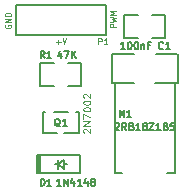
<source format=gbr>
G04 #@! TF.FileFunction,Legend,Top*
%FSLAX46Y46*%
G04 Gerber Fmt 4.6, Leading zero omitted, Abs format (unit mm)*
G04 Created by KiCad (PCBNEW 0.201505162027+5655~23~ubuntu14.04.1-product) date Mi 10 Jun 2015 15:19:00 CEST*
%MOMM*%
G01*
G04 APERTURE LIST*
%ADD10C,0.100000*%
%ADD11C,0.150000*%
%ADD12C,0.127000*%
%ADD13C,0.152400*%
%ADD14C,0.125000*%
G04 APERTURE END LIST*
D10*
D11*
X171196000Y-76708000D02*
X171196000Y-69088000D01*
X166116000Y-76708000D02*
X166116000Y-69088000D01*
X170561000Y-76708000D02*
X171196000Y-76708000D01*
X166751000Y-76708000D02*
X166116000Y-76708000D01*
D12*
X171423000Y-69061000D02*
X171423000Y-66575000D01*
X171396000Y-66575000D02*
X169595000Y-66575000D01*
X167767000Y-69061000D02*
X165916000Y-69061000D01*
X165889000Y-69061000D02*
X165889000Y-66575000D01*
X165916000Y-66575000D02*
X167767000Y-66575000D01*
X169545000Y-69061000D02*
X171396000Y-69061000D01*
D11*
X157734000Y-62484000D02*
X160274000Y-62484000D01*
X160274000Y-65024000D02*
X157734000Y-65024000D01*
X160274000Y-65024000D02*
X165354000Y-65024000D01*
X165354000Y-65024000D02*
X165354000Y-62484000D01*
X165354000Y-62484000D02*
X160274000Y-62484000D01*
X157734000Y-62484000D02*
X157734000Y-65024000D01*
D12*
X169227500Y-63300000D02*
X170389500Y-63300000D01*
X170393500Y-63312000D02*
X170393500Y-65224000D01*
X170389500Y-65224000D02*
X169227500Y-65224000D01*
X168084500Y-65224000D02*
X166922500Y-65224000D01*
X166918500Y-65224000D02*
X166918500Y-63312000D01*
X166922500Y-63300000D02*
X168084500Y-63300000D01*
X162115500Y-67364000D02*
X163277500Y-67364000D01*
X163281500Y-67376000D02*
X163281500Y-69288000D01*
X163277500Y-69288000D02*
X162115500Y-69288000D01*
X160972500Y-69288000D02*
X159810500Y-69288000D01*
X159806500Y-69288000D02*
X159806500Y-67376000D01*
X159810500Y-67364000D02*
X160972500Y-67364000D01*
D11*
X159512000Y-75184000D02*
X159766000Y-75184000D01*
X159512000Y-75184000D02*
X159512000Y-76708000D01*
X159639000Y-76708000D02*
X159639000Y-75184000D01*
X159766000Y-75184000D02*
X159766000Y-76708000D01*
X163195000Y-75184000D02*
X163195000Y-76708000D01*
X159639000Y-75184000D02*
X163195000Y-75184000D01*
X163195000Y-76708000D02*
X159512000Y-76708000D01*
X161794000Y-75946000D02*
X162044000Y-75946000D01*
X161294000Y-75946000D02*
X161044000Y-75946000D01*
X161294000Y-75946000D02*
X161794000Y-75596000D01*
X161794000Y-75596000D02*
X161794000Y-76296000D01*
X161794000Y-76296000D02*
X161294000Y-75946000D01*
X161294000Y-75596000D02*
X161294000Y-76296000D01*
D13*
X162143440Y-71490840D02*
X160944560Y-71490840D01*
X162844480Y-73289160D02*
X161843720Y-73289160D01*
X160243520Y-73289160D02*
X161244280Y-73289160D01*
X163045140Y-73289160D02*
X162844480Y-73289160D01*
X163045140Y-73289160D02*
X163045140Y-71490840D01*
X163045140Y-71490840D02*
X162844480Y-71490840D01*
X160042860Y-71490840D02*
X160243520Y-71490840D01*
X160042860Y-73289160D02*
X160243520Y-73289160D01*
X160042860Y-71490840D02*
X160042860Y-73289160D01*
D12*
X166519286Y-71899429D02*
X166519286Y-71299429D01*
X166719286Y-71728000D01*
X166919286Y-71299429D01*
X166919286Y-71899429D01*
X167519286Y-71899429D02*
X167176429Y-71899429D01*
X167347857Y-71899429D02*
X167347857Y-71299429D01*
X167290714Y-71385143D01*
X167233572Y-71442286D01*
X167176429Y-71470857D01*
X166155999Y-72499571D02*
X166184570Y-72471000D01*
X166241713Y-72442429D01*
X166384570Y-72442429D01*
X166441713Y-72471000D01*
X166470284Y-72499571D01*
X166498856Y-72556714D01*
X166498856Y-72613857D01*
X166470284Y-72699571D01*
X166127427Y-73042429D01*
X166498856Y-73042429D01*
X167098856Y-73042429D02*
X166898856Y-72756714D01*
X166755999Y-73042429D02*
X166755999Y-72442429D01*
X166984571Y-72442429D01*
X167041713Y-72471000D01*
X167070285Y-72499571D01*
X167098856Y-72556714D01*
X167098856Y-72642429D01*
X167070285Y-72699571D01*
X167041713Y-72728143D01*
X166984571Y-72756714D01*
X166755999Y-72756714D01*
X167555999Y-72728143D02*
X167641713Y-72756714D01*
X167670285Y-72785286D01*
X167698856Y-72842429D01*
X167698856Y-72928143D01*
X167670285Y-72985286D01*
X167641713Y-73013857D01*
X167584571Y-73042429D01*
X167355999Y-73042429D01*
X167355999Y-72442429D01*
X167555999Y-72442429D01*
X167613142Y-72471000D01*
X167641713Y-72499571D01*
X167670285Y-72556714D01*
X167670285Y-72613857D01*
X167641713Y-72671000D01*
X167613142Y-72699571D01*
X167555999Y-72728143D01*
X167355999Y-72728143D01*
X168270285Y-73042429D02*
X167927428Y-73042429D01*
X168098856Y-73042429D02*
X168098856Y-72442429D01*
X168041713Y-72528143D01*
X167984571Y-72585286D01*
X167927428Y-72613857D01*
X168613142Y-72699571D02*
X168556000Y-72671000D01*
X168527428Y-72642429D01*
X168498857Y-72585286D01*
X168498857Y-72556714D01*
X168527428Y-72499571D01*
X168556000Y-72471000D01*
X168613142Y-72442429D01*
X168727428Y-72442429D01*
X168784571Y-72471000D01*
X168813142Y-72499571D01*
X168841714Y-72556714D01*
X168841714Y-72585286D01*
X168813142Y-72642429D01*
X168784571Y-72671000D01*
X168727428Y-72699571D01*
X168613142Y-72699571D01*
X168556000Y-72728143D01*
X168527428Y-72756714D01*
X168498857Y-72813857D01*
X168498857Y-72928143D01*
X168527428Y-72985286D01*
X168556000Y-73013857D01*
X168613142Y-73042429D01*
X168727428Y-73042429D01*
X168784571Y-73013857D01*
X168813142Y-72985286D01*
X168841714Y-72928143D01*
X168841714Y-72813857D01*
X168813142Y-72756714D01*
X168784571Y-72728143D01*
X168727428Y-72699571D01*
X169041714Y-72442429D02*
X169441714Y-72442429D01*
X169041714Y-73042429D01*
X169441714Y-73042429D01*
X169984572Y-73042429D02*
X169641715Y-73042429D01*
X169813143Y-73042429D02*
X169813143Y-72442429D01*
X169756000Y-72528143D01*
X169698858Y-72585286D01*
X169641715Y-72613857D01*
X170441715Y-72728143D02*
X170527429Y-72756714D01*
X170556001Y-72785286D01*
X170584572Y-72842429D01*
X170584572Y-72928143D01*
X170556001Y-72985286D01*
X170527429Y-73013857D01*
X170470287Y-73042429D01*
X170241715Y-73042429D01*
X170241715Y-72442429D01*
X170441715Y-72442429D01*
X170498858Y-72471000D01*
X170527429Y-72499571D01*
X170556001Y-72556714D01*
X170556001Y-72613857D01*
X170527429Y-72671000D01*
X170498858Y-72699571D01*
X170441715Y-72728143D01*
X170241715Y-72728143D01*
X171127429Y-72442429D02*
X170841715Y-72442429D01*
X170813144Y-72728143D01*
X170841715Y-72699571D01*
X170898858Y-72671000D01*
X171041715Y-72671000D01*
X171098858Y-72699571D01*
X171127429Y-72728143D01*
X171156001Y-72785286D01*
X171156001Y-72928143D01*
X171127429Y-72985286D01*
X171098858Y-73013857D01*
X171041715Y-73042429D01*
X170898858Y-73042429D01*
X170841715Y-73013857D01*
X170813144Y-72985286D01*
D14*
X164730953Y-65758190D02*
X164730953Y-65258190D01*
X164921429Y-65258190D01*
X164969048Y-65282000D01*
X164992857Y-65305810D01*
X165016667Y-65353429D01*
X165016667Y-65424857D01*
X164992857Y-65472476D01*
X164969048Y-65496286D01*
X164921429Y-65520095D01*
X164730953Y-65520095D01*
X165492857Y-65758190D02*
X165207143Y-65758190D01*
X165350000Y-65758190D02*
X165350000Y-65258190D01*
X165302381Y-65329619D01*
X165254762Y-65377238D01*
X165207143Y-65401048D01*
X166215190Y-64329381D02*
X165715190Y-64329381D01*
X165715190Y-64138905D01*
X165739000Y-64091286D01*
X165762810Y-64067477D01*
X165810429Y-64043667D01*
X165881857Y-64043667D01*
X165929476Y-64067477D01*
X165953286Y-64091286D01*
X165977095Y-64138905D01*
X165977095Y-64329381D01*
X165715190Y-63877000D02*
X166215190Y-63757953D01*
X165858048Y-63662715D01*
X166215190Y-63567477D01*
X165715190Y-63448429D01*
X166215190Y-63257952D02*
X165715190Y-63257952D01*
X166072333Y-63091286D01*
X165715190Y-62924619D01*
X166215190Y-62924619D01*
X161139239Y-65567714D02*
X161520191Y-65567714D01*
X161329715Y-65758190D02*
X161329715Y-65377238D01*
X161686858Y-65258190D02*
X161853525Y-65758190D01*
X162020191Y-65258190D01*
X156849000Y-64134953D02*
X156825190Y-64182572D01*
X156825190Y-64254000D01*
X156849000Y-64325429D01*
X156896619Y-64373048D01*
X156944238Y-64396857D01*
X157039476Y-64420667D01*
X157110905Y-64420667D01*
X157206143Y-64396857D01*
X157253762Y-64373048D01*
X157301381Y-64325429D01*
X157325190Y-64254000D01*
X157325190Y-64206381D01*
X157301381Y-64134953D01*
X157277571Y-64111143D01*
X157110905Y-64111143D01*
X157110905Y-64206381D01*
X157325190Y-63896857D02*
X156825190Y-63896857D01*
X157325190Y-63611143D01*
X156825190Y-63611143D01*
X157325190Y-63373047D02*
X156825190Y-63373047D01*
X156825190Y-63254000D01*
X156849000Y-63182571D01*
X156896619Y-63134952D01*
X156944238Y-63111143D01*
X157039476Y-63087333D01*
X157110905Y-63087333D01*
X157206143Y-63111143D01*
X157253762Y-63134952D01*
X157301381Y-63182571D01*
X157325190Y-63254000D01*
X157325190Y-63373047D01*
D12*
X170207000Y-66127286D02*
X170178429Y-66155857D01*
X170092715Y-66184429D01*
X170035572Y-66184429D01*
X169949857Y-66155857D01*
X169892715Y-66098714D01*
X169864143Y-66041571D01*
X169835572Y-65927286D01*
X169835572Y-65841571D01*
X169864143Y-65727286D01*
X169892715Y-65670143D01*
X169949857Y-65613000D01*
X170035572Y-65584429D01*
X170092715Y-65584429D01*
X170178429Y-65613000D01*
X170207000Y-65641571D01*
X170778429Y-66184429D02*
X170435572Y-66184429D01*
X170607000Y-66184429D02*
X170607000Y-65584429D01*
X170549857Y-65670143D01*
X170492715Y-65727286D01*
X170435572Y-65755857D01*
X166965428Y-66184429D02*
X166622571Y-66184429D01*
X166793999Y-66184429D02*
X166793999Y-65584429D01*
X166736856Y-65670143D01*
X166679714Y-65727286D01*
X166622571Y-65755857D01*
X167336857Y-65584429D02*
X167394000Y-65584429D01*
X167451143Y-65613000D01*
X167479714Y-65641571D01*
X167508285Y-65698714D01*
X167536857Y-65813000D01*
X167536857Y-65955857D01*
X167508285Y-66070143D01*
X167479714Y-66127286D01*
X167451143Y-66155857D01*
X167394000Y-66184429D01*
X167336857Y-66184429D01*
X167279714Y-66155857D01*
X167251143Y-66127286D01*
X167222571Y-66070143D01*
X167194000Y-65955857D01*
X167194000Y-65813000D01*
X167222571Y-65698714D01*
X167251143Y-65641571D01*
X167279714Y-65613000D01*
X167336857Y-65584429D01*
X167908286Y-65584429D02*
X167965429Y-65584429D01*
X168022572Y-65613000D01*
X168051143Y-65641571D01*
X168079714Y-65698714D01*
X168108286Y-65813000D01*
X168108286Y-65955857D01*
X168079714Y-66070143D01*
X168051143Y-66127286D01*
X168022572Y-66155857D01*
X167965429Y-66184429D01*
X167908286Y-66184429D01*
X167851143Y-66155857D01*
X167822572Y-66127286D01*
X167794000Y-66070143D01*
X167765429Y-65955857D01*
X167765429Y-65813000D01*
X167794000Y-65698714D01*
X167822572Y-65641571D01*
X167851143Y-65613000D01*
X167908286Y-65584429D01*
X168365429Y-65784429D02*
X168365429Y-66184429D01*
X168365429Y-65841571D02*
X168394001Y-65813000D01*
X168451143Y-65784429D01*
X168536858Y-65784429D01*
X168594001Y-65813000D01*
X168622572Y-65870143D01*
X168622572Y-66184429D01*
X169108286Y-65870143D02*
X168908286Y-65870143D01*
X168908286Y-66184429D02*
X168908286Y-65584429D01*
X169194000Y-65584429D01*
X160174000Y-66946429D02*
X159974000Y-66660714D01*
X159831143Y-66946429D02*
X159831143Y-66346429D01*
X160059715Y-66346429D01*
X160116857Y-66375000D01*
X160145429Y-66403571D01*
X160174000Y-66460714D01*
X160174000Y-66546429D01*
X160145429Y-66603571D01*
X160116857Y-66632143D01*
X160059715Y-66660714D01*
X159831143Y-66660714D01*
X160745429Y-66946429D02*
X160402572Y-66946429D01*
X160574000Y-66946429D02*
X160574000Y-66346429D01*
X160516857Y-66432143D01*
X160459715Y-66489286D01*
X160402572Y-66517857D01*
X161580571Y-66546429D02*
X161580571Y-66946429D01*
X161437714Y-66317857D02*
X161294857Y-66746429D01*
X161666285Y-66746429D01*
X161837714Y-66346429D02*
X162237714Y-66346429D01*
X161980571Y-66946429D01*
X162466286Y-66946429D02*
X162466286Y-66346429D01*
X162809143Y-66946429D02*
X162552000Y-66603571D01*
X162809143Y-66346429D02*
X162466286Y-66689286D01*
X159831143Y-77741429D02*
X159831143Y-77141429D01*
X159974000Y-77141429D01*
X160059715Y-77170000D01*
X160116857Y-77227143D01*
X160145429Y-77284286D01*
X160174000Y-77398571D01*
X160174000Y-77484286D01*
X160145429Y-77598571D01*
X160116857Y-77655714D01*
X160059715Y-77712857D01*
X159974000Y-77741429D01*
X159831143Y-77741429D01*
X160745429Y-77741429D02*
X160402572Y-77741429D01*
X160574000Y-77741429D02*
X160574000Y-77141429D01*
X160516857Y-77227143D01*
X160459715Y-77284286D01*
X160402572Y-77312857D01*
X161528285Y-77741429D02*
X161185428Y-77741429D01*
X161356856Y-77741429D02*
X161356856Y-77141429D01*
X161299713Y-77227143D01*
X161242571Y-77284286D01*
X161185428Y-77312857D01*
X161785428Y-77741429D02*
X161785428Y-77141429D01*
X162128285Y-77741429D01*
X162128285Y-77141429D01*
X162671142Y-77341429D02*
X162671142Y-77741429D01*
X162528285Y-77112857D02*
X162385428Y-77541429D01*
X162756856Y-77541429D01*
X163299714Y-77741429D02*
X162956857Y-77741429D01*
X163128285Y-77741429D02*
X163128285Y-77141429D01*
X163071142Y-77227143D01*
X163014000Y-77284286D01*
X162956857Y-77312857D01*
X163814000Y-77341429D02*
X163814000Y-77741429D01*
X163671143Y-77112857D02*
X163528286Y-77541429D01*
X163899714Y-77541429D01*
X164214000Y-77398571D02*
X164156858Y-77370000D01*
X164128286Y-77341429D01*
X164099715Y-77284286D01*
X164099715Y-77255714D01*
X164128286Y-77198571D01*
X164156858Y-77170000D01*
X164214000Y-77141429D01*
X164328286Y-77141429D01*
X164385429Y-77170000D01*
X164414000Y-77198571D01*
X164442572Y-77255714D01*
X164442572Y-77284286D01*
X164414000Y-77341429D01*
X164385429Y-77370000D01*
X164328286Y-77398571D01*
X164214000Y-77398571D01*
X164156858Y-77427143D01*
X164128286Y-77455714D01*
X164099715Y-77512857D01*
X164099715Y-77627143D01*
X164128286Y-77684286D01*
X164156858Y-77712857D01*
X164214000Y-77741429D01*
X164328286Y-77741429D01*
X164385429Y-77712857D01*
X164414000Y-77684286D01*
X164442572Y-77627143D01*
X164442572Y-77512857D01*
X164414000Y-77455714D01*
X164385429Y-77427143D01*
X164328286Y-77398571D01*
D13*
X161485943Y-72723829D02*
X161427886Y-72694800D01*
X161369829Y-72636743D01*
X161282743Y-72549657D01*
X161224686Y-72520629D01*
X161166629Y-72520629D01*
X161195657Y-72665771D02*
X161137600Y-72636743D01*
X161079543Y-72578686D01*
X161050514Y-72462571D01*
X161050514Y-72259371D01*
X161079543Y-72143257D01*
X161137600Y-72085200D01*
X161195657Y-72056171D01*
X161311771Y-72056171D01*
X161369829Y-72085200D01*
X161427886Y-72143257D01*
X161456914Y-72259371D01*
X161456914Y-72462571D01*
X161427886Y-72578686D01*
X161369829Y-72636743D01*
X161311771Y-72665771D01*
X161195657Y-72665771D01*
X162037486Y-72665771D02*
X161689143Y-72665771D01*
X161863315Y-72665771D02*
X161863315Y-72056171D01*
X161805258Y-72143257D01*
X161747200Y-72201314D01*
X161689143Y-72230343D01*
D10*
X163503429Y-73257228D02*
X163474400Y-73228199D01*
X163445371Y-73170142D01*
X163445371Y-73024999D01*
X163474400Y-72966942D01*
X163503429Y-72937913D01*
X163561486Y-72908885D01*
X163619543Y-72908885D01*
X163706629Y-72937913D01*
X164054971Y-73286256D01*
X164054971Y-72908885D01*
X164054971Y-72647628D02*
X163445371Y-72647628D01*
X164054971Y-72299285D01*
X163445371Y-72299285D01*
X163445371Y-72067056D02*
X163445371Y-71660656D01*
X164054971Y-71921913D01*
X163445371Y-71312314D02*
X163445371Y-71254257D01*
X163474400Y-71196200D01*
X163503429Y-71167171D01*
X163561486Y-71138142D01*
X163677600Y-71109114D01*
X163822743Y-71109114D01*
X163938857Y-71138142D01*
X163996914Y-71167171D01*
X164025943Y-71196200D01*
X164054971Y-71254257D01*
X164054971Y-71312314D01*
X164025943Y-71370371D01*
X163996914Y-71399400D01*
X163938857Y-71428428D01*
X163822743Y-71457457D01*
X163677600Y-71457457D01*
X163561486Y-71428428D01*
X163503429Y-71399400D01*
X163474400Y-71370371D01*
X163445371Y-71312314D01*
X163445371Y-70731743D02*
X163445371Y-70673686D01*
X163474400Y-70615629D01*
X163503429Y-70586600D01*
X163561486Y-70557571D01*
X163677600Y-70528543D01*
X163822743Y-70528543D01*
X163938857Y-70557571D01*
X163996914Y-70586600D01*
X164025943Y-70615629D01*
X164054971Y-70673686D01*
X164054971Y-70731743D01*
X164025943Y-70789800D01*
X163996914Y-70818829D01*
X163938857Y-70847857D01*
X163822743Y-70876886D01*
X163677600Y-70876886D01*
X163561486Y-70847857D01*
X163503429Y-70818829D01*
X163474400Y-70789800D01*
X163445371Y-70731743D01*
X163503429Y-70296315D02*
X163474400Y-70267286D01*
X163445371Y-70209229D01*
X163445371Y-70064086D01*
X163474400Y-70006029D01*
X163503429Y-69977000D01*
X163561486Y-69947972D01*
X163619543Y-69947972D01*
X163706629Y-69977000D01*
X164054971Y-70325343D01*
X164054971Y-69947972D01*
M02*

</source>
